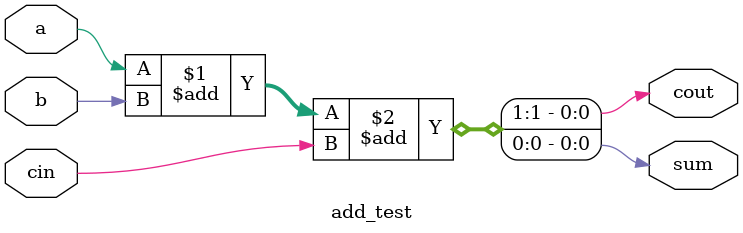
<source format=v>
`timescale 1ns / 1ps


module add_test(
    input a, b,cin,
    output cout, sum );
    assign{cout,sum} = a + b + cin;
endmodule

</source>
